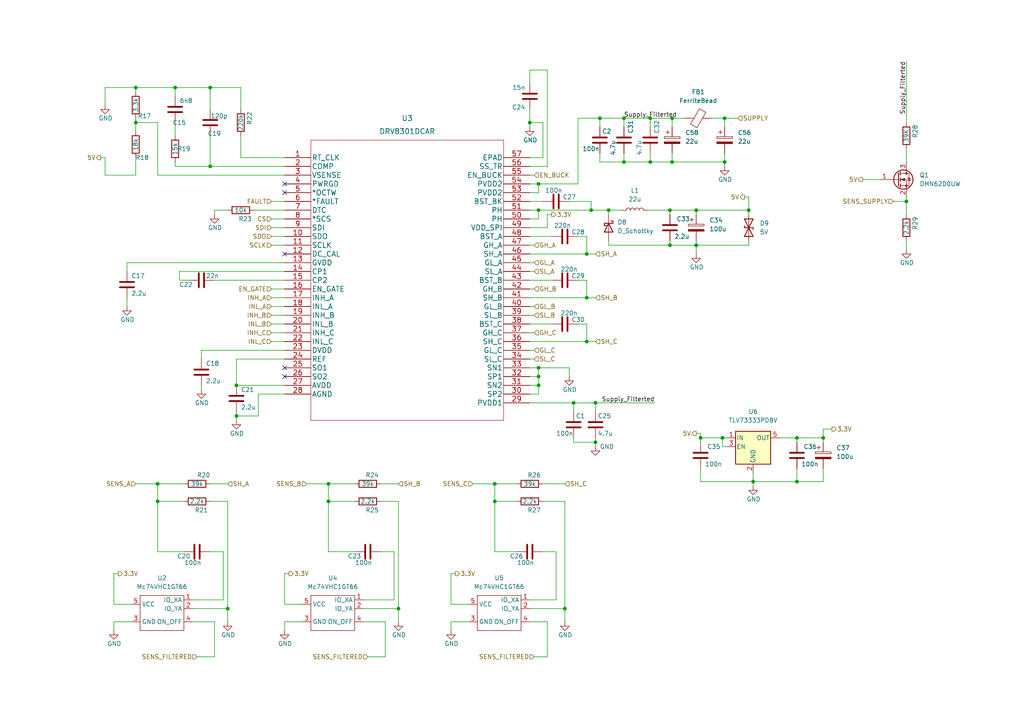
<source format=kicad_sch>
(kicad_sch (version 20231120) (generator "eeschema") (generator_version "8.0")
  (paper "A4")
  (lib_symbols
    (symbol "2023-03-11_13-45-03:DRV8301DCAR" (pin_names (offset 0.254))
      (property "Reference" "U" (at 35.56 10.16 0))
      (property "Value" "DRV8301DCAR" (at 35.56 7.62 0))
      (symbol "DRV8301DCAR_1_1"
        (pin input line (at 0 0 0) (length 7.62) (name "RT_CLK") (number "1"))
        (pin output line (at 0 -22.86 0) (length 7.62) (name "SDO") (number "10"))
        (pin input line (at 0 -25.4 0) (length 7.62) (name "SCLK") (number "11"))
        (pin input line (at 0 -27.94 0) (length 7.62) (name "DC_CAL") (number "12"))
        (pin power_in line (at 0 -30.48 0) (length 7.62) (name "GVDD") (number "13"))
        (pin power_in line (at 0 -33.02 0) (length 7.62) (name "CP1") (number "14"))
        (pin power_in line (at 0 -35.56 0) (length 7.62) (name "CP2") (number "15"))
        (pin input line (at 0 -38.1 0) (length 7.62) (name "EN_GATE") (number "16"))
        (pin input line (at 0 -40.64 0) (length 7.62) (name "INH_A") (number "17"))
        (pin input line (at 0 -43.18 0) (length 7.62) (name "INL_A") (number "18"))
        (pin input line (at 0 -45.72 0) (length 7.62) (name "INH_B") (number "19"))
        (pin output line (at 0 -2.54 0) (length 7.62) (name "COMP") (number "2"))
        (pin input line (at 0 -48.26 0) (length 7.62) (name "INL_B") (number "20"))
        (pin input line (at 0 -50.8 0) (length 7.62) (name "INH_C") (number "21"))
        (pin input line (at 0 -53.34 0) (length 7.62) (name "INL_C") (number "22"))
        (pin power_in line (at 0 -55.88 0) (length 7.62) (name "DVDD") (number "23"))
        (pin input line (at 0 -58.42 0) (length 7.62) (name "REF") (number "24"))
        (pin output line (at 0 -60.96 0) (length 7.62) (name "SO1") (number "25"))
        (pin output line (at 0 -63.5 0) (length 7.62) (name "SO2") (number "26"))
        (pin power_in line (at 0 -66.04 0) (length 7.62) (name "AVDD") (number "27"))
        (pin power_in line (at 0 -68.58 0) (length 7.62) (name "AGND") (number "28"))
        (pin power_in line (at 71.12 -71.12 180) (length 7.62) (name "PVDD1") (number "29"))
        (pin input line (at 0 -5.08 0) (length 7.62) (name "VSENSE") (number "3"))
        (pin input line (at 71.12 -68.58 180) (length 7.62) (name "SP2") (number "30"))
        (pin input line (at 71.12 -66.04 180) (length 7.62) (name "SN2") (number "31"))
        (pin input line (at 71.12 -63.5 180) (length 7.62) (name "SP1") (number "32"))
        (pin input line (at 71.12 -60.96 180) (length 7.62) (name "SN1") (number "33"))
        (pin input line (at 71.12 -58.42 180) (length 7.62) (name "SL_C") (number "34"))
        (pin output line (at 71.12 -55.88 180) (length 7.62) (name "GL_C") (number "35"))
        (pin input line (at 71.12 -53.34 180) (length 7.62) (name "SH_C") (number "36"))
        (pin output line (at 71.12 -50.8 180) (length 7.62) (name "GH_C") (number "37"))
        (pin power_in line (at 71.12 -48.26 180) (length 7.62) (name "BST_C") (number "38"))
        (pin input line (at 71.12 -45.72 180) (length 7.62) (name "SL_B") (number "39"))
        (pin input line (at 0 -7.62 0) (length 7.62) (name "PWRGD") (number "4"))
        (pin output line (at 71.12 -43.18 180) (length 7.62) (name "GL_B") (number "40"))
        (pin input line (at 71.12 -40.64 180) (length 7.62) (name "SH_B") (number "41"))
        (pin output line (at 71.12 -38.1 180) (length 7.62) (name "GH_B") (number "42"))
        (pin power_in line (at 71.12 -35.56 180) (length 7.62) (name "BST_B") (number "43"))
        (pin input line (at 71.12 -33.02 180) (length 7.62) (name "SL_A") (number "44"))
        (pin output line (at 71.12 -30.48 180) (length 7.62) (name "GL_A") (number "45"))
        (pin input line (at 71.12 -27.94 180) (length 7.62) (name "SH_A") (number "46"))
        (pin output line (at 71.12 -25.4 180) (length 7.62) (name "GH_A") (number "47"))
        (pin power_in line (at 71.12 -22.86 180) (length 7.62) (name "BST_A") (number "48"))
        (pin input line (at 71.12 -20.32 180) (length 7.62) (name "VDD_SPI") (number "49"))
        (pin output line (at 0 -10.16 0) (length 7.62) (name "*OCTW") (number "5"))
        (pin output line (at 71.12 -17.78 180) (length 7.62) (name "PH") (number "50"))
        (pin output line (at 71.12 -15.24 180) (length 7.62) (name "PH") (number "51"))
        (pin power_in line (at 71.12 -12.7 180) (length 7.62) (name "BST_BK") (number "52"))
        (pin power_in line (at 71.12 -10.16 180) (length 7.62) (name "PVDD2") (number "53"))
        (pin power_in line (at 71.12 -7.62 180) (length 7.62) (name "PVDD2") (number "54"))
        (pin input line (at 71.12 -5.08 180) (length 7.62) (name "EN_BUCK") (number "55"))
        (pin input line (at 71.12 -2.54 180) (length 7.62) (name "SS_TR") (number "56"))
        (pin unspecified line (at 71.12 0 180) (length 7.62) (name "EPAD") (number "57"))
        (pin output line (at 0 -12.7 0) (length 7.62) (name "*FAULT") (number "6"))
        (pin input line (at 0 -15.24 0) (length 7.62) (name "DTC") (number "7"))
        (pin input line (at 0 -17.78 0) (length 7.62) (name "*SCS") (number "8"))
        (pin input line (at 0 -20.32 0) (length 7.62) (name "SDI") (number "9"))
      )
    )
    (symbol "Device:C" (pin_numbers hide) (pin_names (offset 0.254))
      (property "Reference" "C" (at 0.635 2.54 0))
      (property "Value" "C" (at 0.635 -2.54 0))
      (symbol "C_1_1"
        (pin passive line (at 0 3.81 270) (length 2.794) (name "~") (number "1"))
        (pin passive line (at 0 -3.81 90) (length 2.794) (name "~") (number "2"))
      )
    )
    (symbol "Device:C_Polarized" (pin_numbers hide) (pin_names (offset 0.254))
      (property "Reference" "C" (at 0.635 2.54 0))
      (property "Value" "C_Polarized" (at 0.635 -2.54 0))
      (symbol "C_Polarized_1_1"
        (pin passive line (at 0 3.81 270) (length 2.794) (name "~") (number "1"))
        (pin passive line (at 0 -3.81 90) (length 2.794) (name "~") (number "2"))
      )
    )
    (symbol "Device:D_Schottky" (pin_numbers hide) (pin_names (offset 1.016) hide)
      (property "Reference" "D" (at 0 2.54 0))
      (property "Value" "D_Schottky" (at 0 -2.54 0))
      (symbol "D_Schottky_1_1"
        (pin passive line (at -3.81 0 0) (length 2.54) (name "K") (number "1"))
        (pin passive line (at 3.81 0 180) (length 2.54) (name "A") (number "2"))
      )
    )
    (symbol "Device:D_TVS" (pin_numbers hide) (pin_names (offset 1.016) hide)
      (property "Reference" "D" (at 0 2.54 0))
      (property "Value" "D_TVS" (at 0 -2.54 0))
      (symbol "D_TVS_1_1"
        (pin passive line (at -3.81 0 0) (length 2.54) (name "A1") (number "1"))
        (pin passive line (at 3.81 0 180) (length 2.54) (name "A2") (number "2"))
      )
    )
    (symbol "Device:FerriteBead" (pin_numbers hide) (pin_names (offset 0))
      (property "Reference" "FB" (at -3.81 0.635 90))
      (property "Value" "FerriteBead" (at 3.81 0 90))
      (symbol "FerriteBead_1_1"
        (pin passive line (at 0 3.81 270) (length 2.54) (name "~") (number "1"))
        (pin passive line (at 0 -3.81 90) (length 2.54) (name "~") (number "2"))
      )
    )
    (symbol "Device:L" (pin_numbers hide) (pin_names (offset 1.016) hide)
      (property "Reference" "L" (at -1.27 0 90))
      (property "Value" "L" (at 1.905 0 90))
      (symbol "L_1_1"
        (pin passive line (at 0 3.81 270) (length 1.27) (name "1") (number "1"))
        (pin passive line (at 0 -3.81 90) (length 1.27) (name "2") (number "2"))
      )
    )
    (symbol "Device:Q_NMOS_GSD" (pin_names (offset 0) hide)
      (property "Reference" "Q" (at 5.08 1.27 0))
      (property "Value" "Q_NMOS_GSD" (at 5.08 -1.27 0))
      (symbol "Q_NMOS_GSD_1_1"
        (pin input line (at -5.08 0 0) (length 2.54) (name "G") (number "1"))
        (pin passive line (at 2.54 -5.08 90) (length 2.54) (name "S") (number "2"))
        (pin passive line (at 2.54 5.08 270) (length 2.54) (name "D") (number "3"))
      )
    )
    (symbol "Device:R" (pin_numbers hide) (pin_names (offset 0))
      (property "Reference" "R" (at 2.032 0 90))
      (property "Value" "R" (at 0 0 90))
      (symbol "R_1_1"
        (pin passive line (at 0 3.81 270) (length 1.27) (name "~") (number "1"))
        (pin passive line (at 0 -3.81 90) (length 1.27) (name "~") (number "2"))
      )
    )
    (symbol "Regulator_Linear:TLV73333PDBV" (pin_names (offset 0.254))
      (property "Reference" "U" (at -3.81 5.715 0))
      (property "Value" "TLV73333PDBV" (at 0 5.715 0))
      (symbol "TLV73333PDBV_1_1"
        (pin power_in line (at -7.62 2.54 0) (length 2.54) (name "IN") (number "1"))
        (pin power_in line (at 0 -7.62 90) (length 2.54) (name "GND") (number "2"))
        (pin input line (at -7.62 0 0) (length 2.54) (name "EN") (number "3"))
        (pin no_connect line (at 5.08 0 180) (length 2.54) hide (name "NC") (number "4"))
        (pin power_out line (at 7.62 2.54 180) (length 2.54) (name "OUT") (number "5"))
      )
    )
    (symbol "TUWR_IC:Mc74VHC1GT66"
      (property "Reference" "U" (at 1.27 8.89 0))
      (property "Value" "Mc74VHC1GT66" (at 1.27 8.89 0))
      (symbol "Mc74VHC1GT66_1_1"
        (pin input line (at 8.89 3.81 180) (length 2.54) (name "IO_XA") (number "1"))
        (pin input line (at 8.89 1.27 180) (length 2.54) (name "IO_YA") (number "2"))
        (pin input line (at -8.89 -2.54 0) (length 2.54) (name "GND") (number "3"))
        (pin input line (at 8.89 -2.54 180) (length 2.54) (name "ON_OFF") (number "4"))
        (pin input line (at -8.89 2.54 0) (length 2.54) (name "VCC") (number "5"))
      )
    )
    (symbol "power:GND" (power) (pin_names (offset 0))
      (property "Value" "GND" (at 0 -3.81 0))
      (symbol "GND_1_1"
        (pin power_in line (at 0 0 270) (length 0) hide (name "GND") (number "1"))
      )
    )
  )
  (junction (at 143.51 145.415))
  (junction (at 171.45 60.96))
  (junction (at 262.89 58.42))
  (junction (at 209.55 127))
  (junction (at 194.31 60.96))
  (junction (at 194.31 71.12))
  (junction (at 194.945 34.29))
  (junction (at 218.44 139.7))
  (junction (at 173.99 34.29))
  (junction (at 176.53 60.96))
  (junction (at 39.37 35.56))
  (junction (at 201.93 60.96))
  (junction (at 188.595 34.29))
  (junction (at 156.21 53.34))
  (junction (at 60.96 48.26))
  (junction (at 170.18 73.66))
  (junction (at 156.21 109.22))
  (junction (at 115.57 176.53))
  (junction (at 180.975 34.29))
  (junction (at 66.04 176.53))
  (junction (at 238.76 127))
  (junction (at 45.72 140.335))
  (junction (at 166.37 116.84))
  (junction (at 201.93 71.12))
  (junction (at 156.21 111.76))
  (junction (at 194.945 46.99))
  (junction (at 231.14 139.7))
  (junction (at 231.14 127))
  (junction (at 39.37 25.4))
  (junction (at 68.58 111.76))
  (junction (at 210.185 46.99))
  (junction (at 95.25 140.335))
  (junction (at 203.2 127))
  (junction (at 170.18 86.36))
  (junction (at 153.67 35.56))
  (junction (at 68.58 120.65))
  (junction (at 50.8 25.4))
  (junction (at 60.96 25.4))
  (junction (at 188.595 46.99))
  (junction (at 95.25 145.415))
  (junction (at 172.72 128.27))
  (junction (at 210.185 34.29))
  (junction (at 217.17 60.96))
  (junction (at 180.975 46.99))
  (junction (at 45.72 145.415))
  (junction (at 156.21 60.96))
  (junction (at 143.51 140.335))
  (junction (at 172.72 116.84))
  (junction (at 156.21 106.68))
  (junction (at 163.83 176.53))
  (junction (at 170.18 99.06))
  (no_connect (at 82.55 55.88))
  (no_connect (at 82.55 109.22))
  (no_connect (at 82.55 106.68))
  (no_connect (at 82.55 53.34))
  (no_connect (at 82.55 73.66))
  (wire (pts (xy 166.37 128.27) (xy 172.72 128.27)))
  (wire (pts (xy 156.21 109.22) (xy 156.21 106.68)))
  (wire (pts (xy 231.14 135.89) (xy 231.14 139.7)))
  (wire (pts (xy 82.55 182.88) (xy 82.55 180.34)))
  (wire (pts (xy 262.89 57.15) (xy 262.89 58.42)))
  (wire (pts (xy 170.18 73.66) (xy 153.67 73.66)))
  (wire (pts (xy 262.89 43.18) (xy 262.89 46.99)))
  (wire (pts (xy 194.945 44.45) (xy 194.945 46.99)))
  (wire (pts (xy 111.76 180.34) (xy 111.76 190.5)))
  (wire (pts (xy 74.93 114.3) (xy 74.93 120.65)))
  (wire (pts (xy 45.72 145.415) (xy 45.72 140.335)))
  (wire (pts (xy 157.48 45.72) (xy 157.48 35.56)))
  (wire (pts (xy 39.37 34.29) (xy 39.37 35.56)))
  (wire (pts (xy 153.67 176.53) (xy 163.83 176.53)))
  (wire (pts (xy 160.02 62.23) (xy 158.75 62.23)))
  (wire (pts (xy 166.37 116.84) (xy 172.72 116.84)))
  (wire (pts (xy 39.37 50.8) (xy 39.37 45.72)))
  (wire (pts (xy 73.66 60.96) (xy 82.55 60.96)))
  (wire (pts (xy 210.185 44.45) (xy 210.185 46.99)))
  (wire (pts (xy 153.67 71.12) (xy 154.94 71.12)))
  (wire (pts (xy 156.21 60.96) (xy 171.45 60.96)))
  (wire (pts (xy 166.37 116.84) (xy 166.37 119.38)))
  (wire (pts (xy 78.74 99.06) (xy 82.55 99.06)))
  (wire (pts (xy 203.2 125.73) (xy 203.2 127)))
  (wire (pts (xy 39.37 35.56) (xy 39.37 38.1)))
  (wire (pts (xy 78.74 96.52) (xy 82.55 96.52)))
  (wire (pts (xy 171.45 58.42) (xy 165.1 58.42)))
  (wire (pts (xy 250.19 52.07) (xy 255.27 52.07)))
  (wire (pts (xy 217.17 57.15) (xy 217.17 60.96)))
  (wire (pts (xy 180.975 34.29) (xy 188.595 34.29)))
  (wire (pts (xy 170.18 86.36) (xy 153.67 86.36)))
  (wire (pts (xy 165.1 106.68) (xy 156.21 106.68)))
  (wire (pts (xy 33.02 166.37) (xy 34.29 166.37)))
  (wire (pts (xy 36.83 76.2) (xy 82.55 76.2)))
  (wire (pts (xy 95.25 160.02) (xy 102.87 160.02)))
  (wire (pts (xy 114.3 173.99) (xy 114.3 160.02)))
  (wire (pts (xy 62.23 62.23) (xy 62.23 60.96)))
  (wire (pts (xy 194.31 69.85) (xy 194.31 71.12)))
  (wire (pts (xy 78.74 58.42) (xy 82.55 58.42)))
  (wire (pts (xy 78.74 88.9) (xy 82.55 88.9)))
  (wire (pts (xy 153.67 93.98) (xy 160.02 93.98)))
  (wire (pts (xy 173.99 46.99) (xy 180.975 46.99)))
  (wire (pts (xy 153.67 109.22) (xy 156.21 109.22)))
  (wire (pts (xy 88.9 140.335) (xy 95.25 140.335)))
  (wire (pts (xy 218.44 137.16) (xy 218.44 139.7)))
  (wire (pts (xy 30.48 25.4) (xy 39.37 25.4)))
  (wire (pts (xy 137.16 140.335) (xy 143.51 140.335)))
  (wire (pts (xy 110.49 140.335) (xy 115.57 140.335)))
  (wire (pts (xy 95.25 140.335) (xy 102.87 140.335)))
  (wire (pts (xy 55.88 173.99) (xy 64.77 173.99)))
  (wire (pts (xy 218.44 140.97) (xy 218.44 139.7)))
  (wire (pts (xy 156.21 53.34) (xy 156.21 55.88)))
  (wire (pts (xy 167.64 34.29) (xy 173.99 34.29)))
  (wire (pts (xy 50.8 27.94) (xy 50.8 25.4)))
  (wire (pts (xy 143.51 145.415) (xy 149.86 145.415)))
  (wire (pts (xy 238.76 127) (xy 231.14 127)))
  (wire (pts (xy 66.04 176.53) (xy 66.04 180.34)))
  (wire (pts (xy 188.595 46.99) (xy 188.595 44.45)))
  (wire (pts (xy 82.55 180.34) (xy 87.63 180.34)))
  (wire (pts (xy 50.8 48.26) (xy 60.96 48.26)))
  (wire (pts (xy 50.8 25.4) (xy 39.37 25.4)))
  (wire (pts (xy 143.51 160.02) (xy 149.86 160.02)))
  (wire (pts (xy 153.67 35.56) (xy 153.67 36.83)))
  (wire (pts (xy 158.75 180.34) (xy 158.75 190.5)))
  (wire (pts (xy 143.51 145.415) (xy 143.51 160.02)))
  (wire (pts (xy 238.76 124.46) (xy 241.3 124.46)))
  (wire (pts (xy 238.76 139.7) (xy 238.76 135.89)))
  (wire (pts (xy 62.23 180.34) (xy 62.23 190.5)))
  (wire (pts (xy 218.44 139.7) (xy 231.14 139.7)))
  (wire (pts (xy 210.185 46.99) (xy 194.945 46.99)))
  (wire (pts (xy 157.48 160.02) (xy 161.29 160.02)))
  (wire (pts (xy 158.75 20.32) (xy 158.75 48.26)))
  (wire (pts (xy 78.74 66.04) (xy 82.55 66.04)))
  (wire (pts (xy 201.93 71.12) (xy 194.31 71.12)))
  (wire (pts (xy 171.45 60.96) (xy 171.45 58.42)))
  (wire (pts (xy 226.06 127) (xy 231.14 127)))
  (wire (pts (xy 130.81 180.34) (xy 135.89 180.34)))
  (wire (pts (xy 110.49 145.415) (xy 115.57 145.415)))
  (wire (pts (xy 215.9 57.15) (xy 217.17 57.15)))
  (wire (pts (xy 39.37 35.56) (xy 45.72 35.56)))
  (wire (pts (xy 36.83 76.2) (xy 36.83 78.74)))
  (wire (pts (xy 68.58 120.65) (xy 68.58 121.92)))
  (wire (pts (xy 130.81 175.26) (xy 130.81 166.37)))
  (wire (pts (xy 82.55 101.6) (xy 58.42 101.6)))
  (wire (pts (xy 52.07 78.74) (xy 52.07 81.28)))
  (wire (pts (xy 60.96 31.75) (xy 60.96 25.4)))
  (wire (pts (xy 170.18 93.98) (xy 170.18 99.06)))
  (wire (pts (xy 153.67 91.44) (xy 154.94 91.44)))
  (wire (pts (xy 115.57 176.53) (xy 115.57 180.34)))
  (wire (pts (xy 82.55 104.14) (xy 68.58 104.14)))
  (wire (pts (xy 78.74 91.44) (xy 82.55 91.44)))
  (wire (pts (xy 69.85 31.75) (xy 69.85 25.4)))
  (wire (pts (xy 153.67 68.58) (xy 160.02 68.58)))
  (wire (pts (xy 45.72 140.335) (xy 53.34 140.335)))
  (wire (pts (xy 156.21 114.3) (xy 156.21 111.76)))
  (wire (pts (xy 153.67 31.75) (xy 153.67 35.56)))
  (wire (pts (xy 194.945 34.29) (xy 198.755 34.29)))
  (wire (pts (xy 238.76 128.27) (xy 238.76 127)))
  (wire (pts (xy 110.49 160.02) (xy 114.3 160.02)))
  (wire (pts (xy 163.83 145.415) (xy 163.83 176.53)))
  (wire (pts (xy 210.185 34.29) (xy 210.185 36.83)))
  (wire (pts (xy 176.53 60.96) (xy 171.45 60.96)))
  (wire (pts (xy 201.93 69.85) (xy 201.93 71.12)))
  (wire (pts (xy 157.48 140.335) (xy 163.83 140.335)))
  (wire (pts (xy 180.975 44.45) (xy 180.975 46.99)))
  (wire (pts (xy 68.58 119.38) (xy 68.58 120.65)))
  (wire (pts (xy 188.595 34.29) (xy 194.945 34.29)))
  (wire (pts (xy 62.23 81.28) (xy 82.55 81.28)))
  (wire (pts (xy 58.42 111.76) (xy 58.42 113.03)))
  (wire (pts (xy 217.17 60.96) (xy 217.17 62.23)))
  (wire (pts (xy 38.1 175.26) (xy 33.02 175.26)))
  (wire (pts (xy 153.67 58.42) (xy 157.48 58.42)))
  (wire (pts (xy 66.04 145.415) (xy 66.04 176.53)))
  (wire (pts (xy 180.975 34.29) (xy 180.975 36.83)))
  (wire (pts (xy 82.55 45.72) (xy 69.85 45.72)))
  (wire (pts (xy 203.2 135.89) (xy 203.2 139.7)))
  (wire (pts (xy 209.55 129.54) (xy 209.55 127)))
  (wire (pts (xy 170.18 99.06) (xy 172.72 99.06)))
  (wire (pts (xy 156.21 106.68) (xy 153.67 106.68)))
  (wire (pts (xy 173.99 44.45) (xy 173.99 46.99)))
  (wire (pts (xy 262.89 17.78) (xy 262.89 35.56)))
  (wire (pts (xy 206.375 34.29) (xy 210.185 34.29)))
  (wire (pts (xy 78.74 83.82) (xy 82.55 83.82)))
  (wire (pts (xy 210.185 34.29) (xy 213.995 34.29)))
  (wire (pts (xy 262.89 58.42) (xy 262.89 62.23)))
  (wire (pts (xy 187.96 60.96) (xy 194.31 60.96)))
  (wire (pts (xy 60.96 48.26) (xy 82.55 48.26)))
  (wire (pts (xy 153.67 180.34) (xy 158.75 180.34)))
  (wire (pts (xy 33.02 182.88) (xy 33.02 180.34)))
  (wire (pts (xy 39.37 140.335) (xy 45.72 140.335)))
  (wire (pts (xy 69.85 25.4) (xy 60.96 25.4)))
  (wire (pts (xy 153.67 48.26) (xy 158.75 48.26)))
  (wire (pts (xy 153.67 114.3) (xy 156.21 114.3)))
  (wire (pts (xy 130.81 166.37) (xy 132.08 166.37)))
  (wire (pts (xy 203.2 127) (xy 209.55 127)))
  (wire (pts (xy 55.88 180.34) (xy 62.23 180.34)))
  (wire (pts (xy 105.41 180.34) (xy 111.76 180.34)))
  (wire (pts (xy 170.18 81.28) (xy 170.18 86.36)))
  (wire (pts (xy 57.15 190.5) (xy 62.23 190.5)))
  (wire (pts (xy 36.83 86.36) (xy 36.83 88.9)))
  (wire (pts (xy 203.2 127) (xy 203.2 128.27)))
  (wire (pts (xy 172.72 116.84) (xy 189.865 116.84)))
  (wire (pts (xy 60.96 140.335) (xy 66.04 140.335)))
  (wire (pts (xy 30.48 30.48) (xy 30.48 25.4)))
  (wire (pts (xy 78.74 68.58) (xy 82.55 68.58)))
  (wire (pts (xy 201.93 62.23) (xy 201.93 60.96)))
  (wire (pts (xy 167.64 93.98) (xy 170.18 93.98)))
  (wire (pts (xy 172.72 116.84) (xy 172.72 119.38)))
  (wire (pts (xy 172.72 129.54) (xy 172.72 128.27)))
  (wire (pts (xy 45.72 145.415) (xy 53.34 145.415)))
  (wire (pts (xy 45.72 145.415) (xy 45.72 160.02)))
  (wire (pts (xy 157.48 145.415) (xy 163.83 145.415)))
  (wire (pts (xy 176.53 62.23) (xy 176.53 60.96)))
  (wire (pts (xy 60.96 145.415) (xy 66.04 145.415)))
  (wire (pts (xy 45.72 35.56) (xy 45.72 50.8)))
  (wire (pts (xy 180.975 46.99) (xy 188.595 46.99)))
  (wire (pts (xy 156.21 60.96) (xy 153.67 60.96)))
  (wire (pts (xy 82.55 166.37) (xy 83.82 166.37)))
  (wire (pts (xy 39.37 25.4) (xy 39.37 26.67)))
  (wire (pts (xy 153.67 63.5) (xy 156.21 63.5)))
  (wire (pts (xy 153.67 78.74) (xy 154.94 78.74)))
  (wire (pts (xy 217.17 71.12) (xy 201.93 71.12)))
  (wire (pts (xy 30.48 50.8) (xy 39.37 50.8)))
  (wire (pts (xy 194.945 46.99) (xy 188.595 46.99)))
  (wire (pts (xy 156.21 111.76) (xy 156.21 109.22)))
  (wire (pts (xy 167.64 81.28) (xy 170.18 81.28)))
  (wire (pts (xy 78.74 63.5) (xy 82.55 63.5)))
  (wire (pts (xy 74.93 120.65) (xy 68.58 120.65)))
  (wire (pts (xy 161.29 173.99) (xy 161.29 160.02)))
  (wire (pts (xy 166.37 127) (xy 166.37 128.27)))
  (wire (pts (xy 60.96 160.02) (xy 64.77 160.02)))
  (wire (pts (xy 95.25 145.415) (xy 102.87 145.415)))
  (wire (pts (xy 130.81 182.88) (xy 130.81 180.34)))
  (wire (pts (xy 170.18 86.36) (xy 172.72 86.36)))
  (wire (pts (xy 231.14 127) (xy 231.14 128.27)))
  (wire (pts (xy 231.14 139.7) (xy 238.76 139.7)))
  (wire (pts (xy 170.18 68.58) (xy 170.18 73.66)))
  (wire (pts (xy 45.72 160.02) (xy 53.34 160.02)))
  (wire (pts (xy 156.21 63.5) (xy 156.21 60.96)))
  (wire (pts (xy 62.23 60.96) (xy 66.04 60.96)))
  (wire (pts (xy 60.96 25.4) (xy 50.8 25.4)))
  (wire (pts (xy 153.67 20.32) (xy 153.67 24.13)))
  (wire (pts (xy 50.8 35.56) (xy 50.8 39.37)))
  (wire (pts (xy 153.67 116.84) (xy 166.37 116.84)))
  (wire (pts (xy 163.83 176.53) (xy 163.83 180.34)))
  (wire (pts (xy 217.17 69.85) (xy 217.17 71.12)))
  (wire (pts (xy 172.72 128.27) (xy 172.72 127)))
  (wire (pts (xy 238.76 124.46) (xy 238.76 127)))
  (wire (pts (xy 194.31 71.12) (xy 176.53 71.12)))
  (wire (pts (xy 29.21 45.72) (xy 30.48 45.72)))
  (wire (pts (xy 176.53 71.12) (xy 176.53 69.85)))
  (wire (pts (xy 201.93 73.66) (xy 201.93 71.12)))
  (wire (pts (xy 153.67 76.2) (xy 154.94 76.2)))
  (wire (pts (xy 143.51 140.335) (xy 149.86 140.335)))
  (wire (pts (xy 68.58 111.76) (xy 82.55 111.76)))
  (wire (pts (xy 209.55 129.54) (xy 210.82 129.54)))
  (wire (pts (xy 170.18 73.66) (xy 172.72 73.66)))
  (wire (pts (xy 78.74 93.98) (xy 82.55 93.98)))
  (wire (pts (xy 201.93 125.73) (xy 203.2 125.73)))
  (wire (pts (xy 95.25 145.415) (xy 95.25 160.02)))
  (wire (pts (xy 259.08 58.42) (xy 262.89 58.42)))
  (wire (pts (xy 153.67 53.34) (xy 156.21 53.34)))
  (wire (pts (xy 173.99 34.29) (xy 173.99 36.83)))
  (wire (pts (xy 210.185 46.99) (xy 210.185 48.26)))
  (wire (pts (xy 201.93 60.96) (xy 194.31 60.96)))
  (wire (pts (xy 165.1 109.22) (xy 165.1 106.68)))
  (wire (pts (xy 52.07 78.74) (xy 82.55 78.74)))
  (wire (pts (xy 209.55 127) (xy 210.82 127)))
  (wire (pts (xy 60.96 39.37) (xy 60.96 48.26)))
  (wire (pts (xy 173.99 34.29) (xy 180.975 34.29)))
  (wire (pts (xy 82.55 175.26) (xy 82.55 166.37)))
  (wire (pts (xy 203.2 139.7) (xy 218.44 139.7)))
  (wire (pts (xy 52.07 81.28) (xy 54.61 81.28)))
  (wire (pts (xy 78.74 71.12) (xy 82.55 71.12)))
  (wire (pts (xy 154.94 190.5) (xy 158.75 190.5)))
  (wire (pts (xy 50.8 46.99) (xy 50.8 48.26)))
  (wire (pts (xy 45.72 50.8) (xy 82.55 50.8)))
  (wire (pts (xy 158.75 62.23) (xy 158.75 66.04)))
  (wire (pts (xy 58.42 101.6) (xy 58.42 104.14)))
  (wire (pts (xy 115.57 145.415) (xy 115.57 176.53)))
  (wire (pts (xy 33.02 180.34) (xy 38.1 180.34)))
  (wire (pts (xy 55.88 176.53) (xy 66.04 176.53)))
  (wire (pts (xy 262.89 72.39) (xy 262.89 69.85)))
  (wire (pts (xy 82.55 114.3) (xy 74.93 114.3)))
  (wire (pts (xy 194.31 60.96) (xy 194.31 62.23)))
  (wire (pts (xy 194.945 36.83) (xy 194.945 34.29)))
  (wire (pts (xy 105.41 173.99) (xy 114.3 173.99)))
  (wire (pts (xy 153.67 50.8) (xy 154.94 50.8)))
  (wire (pts (xy 176.53 60.96) (xy 180.34 60.96)))
  (wire (pts (xy 30.48 45.72) (xy 30.48 50.8)))
  (wire (pts (xy 157.48 35.56) (xy 153.67 35.56)))
  (wire (pts (xy 156.21 53.34) (xy 167.64 53.34)))
  (wire (pts (xy 167.64 68.58) (xy 170.18 68.58)))
  (wire (pts (xy 153.67 45.72) (xy 157.48 45.72)))
  (wire (pts (xy 135.89 175.26) (xy 130.81 175.26)))
  (wire (pts (xy 87.63 175.26) (xy 82.55 175.26)))
  (wire (pts (xy 78.74 86.36) (xy 82.55 86.36)))
  (wire (pts (xy 158.75 66.04) (xy 153.67 66.04)))
  (wire (pts (xy 105.41 176.53) (xy 115.57 176.53)))
  (wire (pts (xy 153.67 101.6) (xy 154.94 101.6)))
  (wire (pts (xy 153.67 173.99) (xy 161.29 173.99)))
  (wire (pts (xy 156.21 55.88) (xy 153.67 55.88)))
  (wire (pts (xy 153.67 96.52) (xy 154.94 96.52)))
  (wire (pts (xy 143.51 140.335) (xy 143.51 145.415)))
  (wire (pts (xy 188.595 34.29) (xy 188.595 36.83)))
  (wire (pts (xy 158.75 20.32) (xy 153.67 20.32)))
  (wire (pts (xy 153.67 104.14) (xy 154.94 104.14)))
  (wire (pts (xy 170.18 99.06) (xy 153.67 99.06)))
  (wire (pts (xy 153.67 111.76) (xy 156.21 111.76)))
  (wire (pts (xy 95.25 145.415) (xy 95.25 140.335)))
  (wire (pts (xy 153.67 88.9) (xy 154.94 88.9)))
  (wire (pts (xy 33.02 175.26) (xy 33.02 166.37)))
  (wire (pts (xy 201.93 60.96) (xy 217.17 60.96)))
  (wire (pts (xy 153.67 83.82) (xy 154.94 83.82)))
  (wire (pts (xy 68.58 104.14) (xy 68.58 111.76)))
  (wire (pts (xy 167.64 34.29) (xy 167.64 53.34)))
  (wire (pts (xy 69.85 45.72) (xy 69.85 39.37)))
  (wire (pts (xy 64.77 173.99) (xy 64.77 160.02)))
  (wire (pts (xy 153.67 81.28) (xy 160.02 81.28)))
  (wire (pts (xy 106.68 190.5) (xy 111.76 190.5)))
  (label "Supply_Filterted" (at 189.865 116.84 180))
  (label "Supply_Filterted" (at 262.89 17.78 270))
  (label "Supply_Filterted" (at 180.975 34.29 0))
  (hierarchical_label "GL_A" (shape input) (at 154.94 76.2 0))
  (hierarchical_label "INH_A" (shape input) (at 78.74 86.36 180))
  (hierarchical_label "GL_C" (shape input) (at 154.94 101.6 0))
  (hierarchical_label "SDI" (shape input) (at 78.74 66.04 180))
  (hierarchical_label "5V" (shape output) (at 215.9 57.15 180))
  (hierarchical_label "INH_B" (shape input) (at 78.74 91.44 180))
  (hierarchical_label "5V" (shape output) (at 201.93 125.73 180))
  (hierarchical_label "SENS_FILTERED" (shape input) (at 154.94 190.5 180))
  (hierarchical_label "SH_C" (shape input) (at 163.83 140.335 0))
  (hierarchical_label "SENS_SUPPLY" (shape input) (at 259.08 58.42 180))
  (hierarchical_label "FAULT" (shape input) (at 78.74 58.42 180))
  (hierarchical_label "SUPPLY" (shape input) (at 213.995 34.29 0))
  (hierarchical_label "SH_A" (shape input) (at 172.72 73.66 0))
  (hierarchical_label "SL_B" (shape input) (at 154.94 91.44 0))
  (hierarchical_label "EN_GATE" (shape input) (at 78.74 83.82 180))
  (hierarchical_label "SH_A" (shape input) (at 66.04 140.335 0))
  (hierarchical_label "INL_B" (shape input) (at 78.74 93.98 180))
  (hierarchical_label "GL_B" (shape input) (at 154.94 88.9 0))
  (hierarchical_label "3.3V" (shape output) (at 83.82 166.37 0))
  (hierarchical_label "INL_C" (shape input) (at 78.74 99.06 180))
  (hierarchical_label "SENS_A" (shape input) (at 39.37 140.335 180))
  (hierarchical_label "SH_B" (shape input) (at 172.72 86.36 0))
  (hierarchical_label "SH_B" (shape input) (at 115.57 140.335 0))
  (hierarchical_label "INL_A" (shape input) (at 78.74 88.9 180))
  (hierarchical_label "3.3V" (shape output) (at 241.3 124.46 0))
  (hierarchical_label "3.3V" (shape output) (at 34.29 166.37 0))
  (hierarchical_label "INH_C" (shape input) (at 78.74 96.52 180))
  (hierarchical_label "EN_BUCK" (shape input) (at 154.94 50.8 0))
  (hierarchical_label "SENS_B" (shape input) (at 88.9 140.335 180))
  (hierarchical_label "SL_C" (shape input) (at 154.94 104.14 0))
  (hierarchical_label "3.3V" (shape output) (at 160.02 62.23 0))
  (hierarchical_label "GH_A" (shape input) (at 154.94 71.12 0))
  (hierarchical_label "5V" (shape output) (at 250.19 52.07 180))
  (hierarchical_label "SH_C" (shape input) (at 172.72 99.06 0))
  (hierarchical_label "SENS_FILTERED" (shape input) (at 106.68 190.5 180))
  (hierarchical_label "5V" (shape output) (at 29.21 45.72 180))
  (hierarchical_label "GH_B" (shape input) (at 154.94 83.82 0))
  (hierarchical_label "GH_C" (shape input) (at 154.94 96.52 0))
  (hierarchical_label "3.3V" (shape output) (at 132.08 166.37 0))
  (hierarchical_label "SENS_C" (shape input) (at 137.16 140.335 180))
  (hierarchical_label "SCLK" (shape input) (at 78.74 71.12 180))
  (hierarchical_label "SDO" (shape input) (at 78.74 68.58 180))
  (hierarchical_label "CS" (shape input) (at 78.74 63.5 180))
  (hierarchical_label "SL_A" (shape input) (at 154.94 78.74 0))
  (hierarchical_label "SENS_FILTERED" (shape input) (at 57.15 190.5 180))
  (symbol (lib_id "Device:C") (at 106.68 160.02 90) (unit 1)
    (property "Reference" "C23" (at 104.775 161.29 90) (effects (justify left)))
    (property "Value" "100n" (at 107.95 163.195 90) (effects (justify left)))
    (property "Footprint" "Capacitor_SMD:C_0603_1608Metric" (effects (hide yes)))
    (property "Voltage" "100V" (effects (hide yes)))
    (instances (project "vesc6" (path "" (reference "C23") (unit 1)) (path "" (reference "C99") (unit 1))))
  )
  (symbol (lib_id "Device:R") (at 262.89 66.04 0) (unit 1)
    (property "Reference" "R29" (at 265.43 64.77 90))
    (property "Value" "2.2k" (at 262.89 66.04 90))
    (property "Footprint" "Resistor_SMD:R_0603_1608Metric" (effects (hide yes)))
    (instances (project "vesc6" (path "" (reference "R29") (unit 1)) (path "" (reference "R73") (unit 1))))
  )
  (symbol (lib_id "Device:C_Polarized") (at 194.945 40.64 0) (unit 1)
    (property "Reference" "C58" (at 198.755 38.481 0) (effects (justify left)))
    (property "Value" "22u" (at 198.755 41.021 0) (effects (justify left)))
    (property "Footprint" "Capacitor_SMD:CP_Elec_8x6.2" (effects (hide yes)))
    (property "Datasheet" "https://datasheet.lcsc.com/lcsc/2304140030_Nichicon-UCD1J220MCL6GS_C445454.pdf" (effects (hide yes)))
    (property "LCSC-PN" "C445454" (effects (hide yes)))
    (property "Voltage" "63V" (effects (hide yes)))
    (instances (project "vesc6" (path "" (reference "C58") (unit 1)) (path "" (reference "C112") (unit 1))))
  )
  (symbol (lib_id "Device:C") (at 188.595 40.64 0) (unit 1)
    (property "Reference" "C32" (at 190.5 38.735 90) (effects (justify left)))
    (property "Value" "4.7u" (at 185.42 45.085 90) (effects (justify left)))
    (property "Footprint" "Capacitor_SMD:C_1206_3216Metric" (effects (hide yes)))
    (property "Voltage" "100V" (effects (hide yes)))
    (instances (project "vesc6" (path "" (reference "C32") (unit 1)) (path "" (reference "C110") (unit 1))))
  )
  (symbol (lib_id "power:GND") (at 165.1 109.22 0) (unit 1)
    (property "Reference" "#PWR035" (effects (hide yes)))
    (property "Value" "GND" (at 163.195 113.03 0) (effects (justify left)))
    (instances (project "vesc6" (path "" (reference "#PWR035") (unit 1)) (path "" (reference "#PWR090") (unit 1))))
  )
  (symbol (lib_id "Device:C") (at 153.67 160.02 90) (unit 1)
    (property "Reference" "C26" (at 151.765 161.29 90) (effects (justify left)))
    (property "Value" "100n" (at 154.94 163.195 90) (effects (justify left)))
    (property "Footprint" "Capacitor_SMD:C_0603_1608Metric" (effects (hide yes)))
    (property "Voltage" "100V" (effects (hide yes)))
    (instances (project "vesc6" (path "" (reference "C26") (unit 1)) (path "" (reference "C101") (unit 1))))
  )
  (symbol (lib_id "power:GND") (at 33.02 182.88 0) (unit 1)
    (property "Reference" "#PWR024" (effects (hide yes)))
    (property "Value" "GND" (at 31.115 186.69 0) (effects (justify left)))
    (instances (project "vesc6" (path "" (reference "#PWR024") (unit 1)) (path "" (reference "#PWR079") (unit 1))))
  )
  (symbol (lib_id "power:GND") (at 68.58 121.92 0) (unit 1)
    (property "Reference" "#PWR028" (effects (hide yes)))
    (property "Value" "GND" (at 66.675 125.73 0) (effects (justify left)))
    (instances (project "vesc6" (path "" (reference "#PWR028") (unit 1)) (path "" (reference "#PWR084") (unit 1))))
  )
  (symbol (lib_id "power:GND") (at 66.04 180.34 0) (unit 1)
    (property "Reference" "#PWR029" (effects (hide yes)))
    (property "Value" "GND" (at 64.135 184.15 0) (effects (justify left)))
    (instances (project "vesc6" (path "" (reference "#PWR029") (unit 1)) (path "" (reference "#PWR083") (unit 1))))
  )
  (symbol (lib_id "power:GND") (at 172.72 129.54 0) (unit 1)
    (property "Reference" "#PWR034" (effects (hide yes)))
    (property "Value" "GND" (at 173.99 129.54 0) (effects (justify left)))
    (instances (project "vesc6" (path "" (reference "#PWR034") (unit 1)) (path "" (reference "#PWR091") (unit 1))))
  )
  (symbol (lib_id "Device:D_Schottky") (at 176.53 66.04 270) (unit 1)
    (property "Reference" "D8" (at 179.07 64.4524 90) (effects (justify left)))
    (property "Value" "D_Schottky" (at 179.07 66.9924 90) (effects (justify left)))
    (property "Footprint" "Diode_SMD:D_SOD-128" (effects (hide yes)))
    (property "Datasheet" "https://datasheet.lcsc.com/lcsc/2004031108_Nexperia-PMEG10030ELP_C503376.pdf" (effects (hide yes)))
    (property "LCSC-PN" "C503376" (effects (hide yes)))
    (instances (project "vesc6" (path "" (reference "D8") (unit 1)) (path "" (reference "D4") (unit 1))))
  )
  (symbol (lib_id "Device:L") (at 184.15 60.96 90) (unit 1)
    (property "Reference" "L1" (at 184.15 55.245 90))
    (property "Value" "22u" (at 184.15 57.785 90))
    (property "Footprint" "Inductor_SMD:L_Bourns-SRN4018" (effects (hide yes)))
    (property "Datasheet" "https://datasheet.lcsc.com/lcsc/2201121400_SHOU-HAN-CY43-22UH_C2929420.pdf" (effects (hide yes)))
    (property "LCSC-PN" "C2929420" (effects (hide yes)))
    (instances (project "vesc6" (path "" (reference "L1") (unit 1)) (path "" (reference "L2") (unit 1))))
  )
  (symbol (lib_id "Device:C") (at 194.31 66.04 0) (unit 1)
    (property "Reference" "C33" (at 196.215 63.5 0) (effects (justify left)))
    (property "Value" "2.2u" (at 195.58 68.58 0) (effects (justify left)))
    (property "Footprint" "Capacitor_SMD:C_0805_2012Metric" (effects (hide yes)))
    (property "Voltage" "100V" (effects (hide yes)))
    (instances (project "vesc6" (path "" (reference "C33") (unit 1)) (path "" (reference "C111") (unit 1))))
  )
  (symbol (lib_id "power:GND") (at 163.83 180.34 0) (unit 1)
    (property "Reference" "#PWR036" (effects (hide yes)))
    (property "Value" "GND" (at 161.925 184.15 0) (effects (justify left)))
    (instances (project "vesc6" (path "" (reference "#PWR036") (unit 1)) (path "" (reference "#PWR089") (unit 1))))
  )
  (symbol (lib_id "Device:R") (at 57.15 140.335 270) (unit 1)
    (property "Reference" "R20" (at 59.055 137.795 90))
    (property "Value" "39k" (at 57.15 140.335 90))
    (property "Footprint" "Resistor_SMD:R_0603_1608Metric" (effects (hide yes)))
    (instances (project "vesc6" (path "" (reference "R20") (unit 1)) (path "" (reference "R64") (unit 1))))
  )
  (symbol (lib_id "Device:C") (at 68.58 115.57 0) (unit 1)
    (property "Reference" "C21" (at 69.85 113.03 0) (effects (justify left)))
    (property "Value" "2.2u" (at 69.85 118.11 0) (effects (justify left)))
    (property "Footprint" "Capacitor_SMD:C_0603_1608Metric_Pad1.08x0.95mm_HandSolder" (effects (hide yes)))
    (property "Voltage" "25V" (effects (hide yes)))
    (instances (project "vesc6" (path "" (reference "C21") (unit 1)) (path "" (reference "C98") (unit 1))))
  )
  (symbol (lib_id "Device:C_Polarized") (at 238.76 132.08 0) (unit 1)
    (property "Reference" "C37" (at 242.57 129.9209 0) (effects (justify left)))
    (property "Value" "100u" (at 242.57 132.4609 0) (effects (justify left)))
    (property "Footprint" "Capacitor_Tantalum_SMD:CP_EIA-3528-21_Kemet-B" (effects (hide yes)))
    (property "Voltage" "16V" (effects (hide yes)))
    (instances (project "vesc6" (path "" (reference "C37") (unit 1)) (path "" (reference "C117") (unit 1))))
  )
  (symbol (lib_id "Device:FerriteBead") (at 202.565 34.29 90) (unit 1)
    (property "Reference" "FB1" (at 202.5142 26.67 90))
    (property "Value" "FerriteBead" (at 202.5142 29.21 90))
    (property "Footprint" "Resistor_SMD:R_1206_3216Metric" (effects (hide yes)))
    (property "Datasheet" "https://datasheet.lcsc.com/lcsc/2305221646_YJYCOIN-YI321611U601-3R0T_C2858472.pdf" (effects (hide yes)))
    (property "LCSC-PN" "C2858472" (effects (hide yes)))
    (property "Voltage" "100V" (effects (hide yes)))
    (instances (project "vesc6" (path "" (reference "FB1") (unit 1)) (path "" (reference "FB2") (unit 1))))
  )
  (symbol (lib_id "Device:C") (at 163.83 93.98 270) (unit 1)
    (property "Reference" "C30" (at 165.735 92.71 90) (effects (justify left)))
    (property "Value" "220n" (at 162.56 90.805 90) (effects (justify left)))
    (property "Footprint" "Capacitor_SMD:C_0805_2012Metric" (effects (hide yes)))
    (property "Voltage" "25V" (effects (hide yes)))
    (instances (project "vesc6" (path "" (reference "C30") (unit 1)) (path "" (reference "C105") (unit 1))))
  )
  (symbol (lib_id "power:GND") (at 130.81 182.88 0) (unit 1)
    (property "Reference" "#PWR032" (effects (hide yes)))
    (property "Value" "GND" (at 128.905 186.69 0) (effects (justify left)))
    (instances (project "vesc6" (path "" (reference "#PWR032") (unit 1)) (path "" (reference "#PWR087") (unit 1))))
  )
  (symbol (lib_id "Device:R") (at 69.85 60.96 270) (unit 1)
    (property "Reference" "R23" (at 71.12 63.5 90))
    (property "Value" "10k" (at 69.85 60.96 90))
    (property "Footprint" "Resistor_SMD:R_0603_1608Metric" (effects (hide yes)))
    (instances (project "vesc6" (path "" (reference "R23") (unit 1)) (path "" (reference "R67") (unit 1))))
  )
  (symbol (lib_id "Device:Q_NMOS_GSD") (at 260.35 52.07 0) (unit 1)
    (property "Reference" "Q1" (at 266.7 50.7999 0) (effects (justify left)))
    (property "Value" "DMN62D0UW" (at 266.7 53.3399 0) (effects (justify left)))
    (property "Footprint" "Package_TO_SOT_SMD:SOT-323_SC-70" (effects (hide yes)))
    (property "Datasheet" "https://datasheet.lcsc.com/lcsc/2308101701_Diodes-Incorporated-DMN62D0UWQ-7_C5248878.pdf" (effects (hide yes)))
    (property "LCSC-PN" "C5248878" (effects (hide yes)))
    (instances (project "vesc6" (path "" (reference "Q1") (unit 1)) (path "" (reference "Q14") (unit 1))))
  )
  (symbol (lib_id "Device:C") (at 172.72 123.19 0) (unit 1)
    (property "Reference" "C25" (at 173.355 120.65 0) (effects (justify left)))
    (property "Value" "4.7u" (at 173.355 125.73 0) (effects (justify left)))
    (property "Footprint" "Capacitor_SMD:C_1206_3216Metric" (effects (hide yes)))
    (property "Voltage" "100V" (effects (hide yes)))
    (instances (project "vesc6" (path "" (reference "C25") (unit 1)) (path "" (reference "C107") (unit 1))))
  )
  (symbol (lib_id "Device:C") (at 203.2 132.08 0) (unit 1)
    (property "Reference" "C35" (at 205.105 129.54 0) (effects (justify left)))
    (property "Value" "100n" (at 204.47 134.62 0) (effects (justify left)))
    (property "Footprint" "Capacitor_SMD:C_0603_1608Metric" (effects (hide yes)))
    (property "Voltage" "100V" (effects (hide yes)))
    (instances (project "vesc6" (path "" (reference "C35") (unit 1)) (path "" (reference "C114") (unit 1))))
  )
  (symbol (lib_id "Device:C") (at 50.8 31.75 180) (unit 1)
    (property "Reference" "C15" (at 53.975 35.56 0) (effects (justify left)))
    (property "Value" "6n8" (at 55.88 29.21 0) (effects (justify left)))
    (property "Footprint" "Capacitor_SMD:C_0603_1608Metric" (effects (hide yes)))
    (property "Voltage" "100V" (effects (hide yes)))
    (instances (project "vesc6" (path "" (reference "C15") (unit 1)) (path "" (reference "C93") (unit 1))))
  )
  (symbol (lib_id "power:GND") (at 30.48 30.48 0) (unit 1)
    (property "Reference" "#PWR023" (effects (hide yes)))
    (property "Value" "GND" (at 28.575 34.29 0) (effects (justify left)))
    (instances (project "vesc6" (path "" (reference "#PWR023") (unit 1)) (path "" (reference "#PWR078") (unit 1))))
  )
  (symbol (lib_id "Device:C") (at 153.67 27.94 180) (unit 1)
    (property "Reference" "C24" (at 152.4 31.115 0) (effects (justify left)))
    (property "Value" "15n" (at 152.4 25.4 0) (effects (justify left)))
    (property "Footprint" "Capacitor_SMD:C_0603_1608Metric" (effects (hide yes)))
    (property "Voltage" "100V" (effects (hide yes)))
    (instances (project "vesc6" (path "" (reference "C24") (unit 1)) (path "" (reference "C100") (unit 1))))
  )
  (symbol (lib_id "Regulator_Linear:TLV73333PDBV") (at 218.44 129.54 0) (unit 1)
    (property "Reference" "U6" (at 218.44 119.38 0))
    (property "Value" "TLV73333PDBV" (at 218.44 121.92 0))
    (property "Footprint" "Package_TO_SOT_SMD:SOT-23-5" (effects (hide yes)))
    (property "Datasheet" "http://www.ti.com/lit/ds/symlink/tlv733p.pdf" (effects (hide yes)))
    (property "LCSC-PN" "C134139" (effects (hide yes)))
    (instances (project "vesc6" (path "" (reference "U6") (unit 1)) (path "" (reference "U25") (unit 1))))
  )
  (symbol (lib_id "power:GND") (at 115.57 180.34 0) (unit 1)
    (property "Reference" "#PWR031" (effects (hide yes)))
    (property "Value" "GND" (at 113.665 184.15 0) (effects (justify left)))
    (instances (project "vesc6" (path "" (reference "#PWR031") (unit 1)) (path "" (reference "#PWR086") (unit 1))))
  )
  (symbol (lib_id "Device:C_Polarized") (at 210.185 40.64 0) (unit 1)
    (property "Reference" "C56" (at 213.995 38.481 0) (effects (justify left)))
    (property "Value" "22u" (at 213.995 41.021 0) (effects (justify left)))
    (property "Footprint" "Capacitor_SMD:CP_Elec_8x6.2" (effects (hide yes)))
    (property "Datasheet" "https://datasheet.lcsc.com/lcsc/2304140030_Nichicon-UCD1J220MCL6GS_C445454.pdf" (effects (hide yes)))
    (property "LCSC-PN" "C445454" (effects (hide yes)))
    (property "Voltage" "63V" (effects (hide yes)))
    (instances (project "vesc6" (path "" (reference "C56") (unit 1)) (path "" (reference "C115") (unit 1))))
  )
  (symbol (lib_id "Device:R") (at 39.37 30.48 0) (unit 1)
    (property "Reference" "R17" (at 41.91 33.655 0))
    (property "Value" "3.3k" (at 39.37 30.48 90))
    (property "Footprint" "Resistor_SMD:R_0603_1608Metric" (effects (hide yes)))
    (instances (project "vesc6" (path "" (reference "R17") (unit 1)) (path "" (reference "R61") (unit 1))))
  )
  (symbol (lib_id "Device:R") (at 39.37 41.91 0) (unit 1)
    (property "Reference" "R18" (at 41.275 45.72 0))
    (property "Value" "18k" (at 39.37 41.91 90))
    (property "Footprint" "Resistor_SMD:R_0603_1608Metric" (effects (hide yes)))
    (instances (project "vesc6" (path "" (reference "R18") (unit 1)) (path "" (reference "R62") (unit 1))))
  )
  (symbol (lib_id "TUWR_IC:Mc74VHC1GT66") (at 46.99 177.8 0) (unit 1)
    (property "Reference" "U2" (at 46.99 167.64 0))
    (property "Value" "Mc74VHC1GT66" (at 46.99 170.18 0))
    (property "Footprint" "Package_TO_SOT_SMD:SOT-353_SC-70-5" (effects (hide yes)))
    (property "Datasheet" "https://www.lcsc.com/product-detail/span-style-background-color-ff0-Analog-span-Switches-Multiplexers_Texas-Instruments-SN74LVC1G66DCKR_C113518.html" (effects (hide yes)))
    (property "LCSC-PN" "C113518" (effects (hide yes)))
    (instances (project "vesc6" (path "" (reference "U2") (unit 1)) (path "" (reference "U21") (unit 1))))
  )
  (symbol (lib_id "power:GND") (at 82.55 182.88 0) (unit 1)
    (property "Reference" "#PWR030" (effects (hide yes)))
    (property "Value" "GND" (at 80.645 186.69 0) (effects (justify left)))
    (instances (project "vesc6" (path "" (reference "#PWR030") (unit 1)) (path "" (reference "#PWR085") (unit 1))))
  )
  (symbol (lib_id "TUWR_IC:Mc74VHC1GT66") (at 144.78 177.8 0) (unit 1)
    (property "Reference" "U5" (at 144.78 167.64 0))
    (property "Value" "Mc74VHC1GT66" (at 144.78 170.18 0))
    (property "Footprint" "Package_TO_SOT_SMD:SOT-353_SC-70-5" (effects (hide yes)))
    (property "Datasheet" "https://www.lcsc.com/product-detail/span-style-background-color-ff0-Analog-span-Switches-Multiplexers_Texas-Instruments-SN74LVC1G66DCKR_C113518.html" (effects (hide yes)))
    (property "LCSC-PN" "C113518" (effects (hide yes)))
    (instances (project "vesc6" (path "" (reference "U5") (unit 1)) (path "" (reference "U24") (unit 1))))
  )
  (symbol (lib_id "power:GND") (at 62.23 62.23 0) (unit 1)
    (property "Reference" "#PWR027" (effects (hide yes)))
    (property "Value" "GND" (at 60.325 66.04 0) (effects (justify left)))
    (instances (project "vesc6" (path "" (reference "#PWR027") (unit 1)) (path "" (reference "#PWR082") (unit 1))))
  )
  (symbol (lib_id "Device:C") (at 58.42 81.28 90) (unit 1)
    (property "Reference" "C22" (at 55.88 82.55 90) (effects (justify left)))
    (property "Value" "22n" (at 63.5 80.01 90) (effects (justify left)))
    (property "Footprint" "Capacitor_SMD:C_0603_1608Metric" (effects (hide yes)))
    (property "Voltage" "100V" (effects (hide yes)))
    (instances (project "vesc6" (path "" (reference "C22") (unit 1)) (path "" (reference "C95") (unit 1))))
  )
  (symbol (lib_id "Device:C_Polarized") (at 201.93 66.04 0) (unit 1)
    (property "Reference" "C34" (at 205.74 63.8809 0) (effects (justify left)))
    (property "Value" "100u" (at 205.74 66.4209 0) (effects (justify left)))
    (property "Footprint" "Capacitor_Tantalum_SMD:CP_EIA-3528-21_Kemet-B" (effects (hide yes)))
    (property "Voltage" "16V" (effects (hide yes)))
    (instances (project "vesc6" (path "" (reference "C34") (unit 1)) (path "" (reference "C113") (unit 1))))
  )
  (symbol (lib_id "power:GND") (at 153.67 36.83 0) (unit 1)
    (property "Reference" "#PWR033" (effects (hide yes)))
    (property "Value" "GND" (at 151.765 40.64 0) (effects (justify left)))
    (instances (project "vesc6" (path "" (reference "#PWR033") (unit 1)) (path "" (reference "#PWR088") (unit 1))))
  )
  (symbol (lib_id "2023-03-11_13-45-03:DRV8301DCAR") (at 82.55 45.72 0) (unit 1)
    (property "Reference" "U3" (at 118.11 34.29 0) (effects (font (size 1.524 1.524))))
    (property "Value" "DRV8301DCAR" (at 118.11 38.1 0) (effects (font (size 1.524 1.524))))
    (property "Footprint" "Package_SO:HTSSOP-56-1EP_6.1x14mm_P0.5mm_EP3.61x6.35mm" (effects (hide yes)))
    (property "Datasheet" "https://datasheet.lcsc.com/lcsc/1808280253_Texas-Instruments-DRV8301DCAR_C98969.pdf" (effects (hide yes)))
    (property "LCSC-PN" "C98969" (effects (hide yes)))
    (instances (project "vesc6" (path "" (reference "U3") (unit 1)) (path "" (reference "U22") (unit 1))))
  )
  (symbol (lib_id "Device:C") (at 163.83 68.58 270) (unit 1)
    (property "Reference" "C28" (at 165.735 67.31 90) (effects (justify left)))
    (property "Value" "220n" (at 160.655 65.405 90) (effects (justify left)))
    (property "Footprint" "Capacitor_SMD:C_0805_2012Metric" (effects (hide yes)))
    (property "Voltage" "25V" (effects (hide yes)))
    (instances (project "vesc6" (path "" (reference "C28") (unit 1)) (path "" (reference "C103") (unit 1))))
  )
  (symbol (lib_id "Device:C") (at 173.99 40.64 0) (unit 1)
    (property "Reference" "C2" (at 174.625 38.1 0) (effects (justify left)))
    (property "Value" "100n" (at 168.91 43.18 0) (effects (justify left)))
    (property "Footprint" "Capacitor_SMD:C_0603_1608Metric" (effects (hide yes)))
    (property "Voltage" "100V" (effects (hide yes)))
    (instances (project "vesc6" (path "" (reference "C2") (unit 1)) (path "" (reference "C108") (unit 1))))
  )
  (symbol (lib_id "power:GND") (at 210.185 48.26 0) (unit 1)
    (property "Reference" "#PWR037" (effects (hide yes)))
    (property "Value" "GND" (at 208.28 52.07 0) (effects (justify left)))
    (instances (project "vesc6" (path "" (reference "#PWR037") (unit 1)) (path "" (reference "#PWR093") (unit 1))))
  )
  (symbol (lib_id "Device:R") (at 153.67 145.415 270) (unit 1)
    (property "Reference" "R27" (at 154.94 147.955 90))
    (property "Value" "2.2k" (at 153.67 145.415 90))
    (property "Footprint" "Resistor_SMD:R_0603_1608Metric" (effects (hide yes)))
    (instances (project "vesc6" (path "" (reference "R27") (unit 1)) (path "" (reference "R71") (unit 1))))
  )
  (symbol (lib_id "Device:R") (at 57.15 145.415 270) (unit 1)
    (property "Reference" "R21" (at 58.42 147.955 90))
    (property "Value" "2.2k" (at 57.15 145.415 90))
    (property "Footprint" "Resistor_SMD:R_0603_1608Metric" (effects (hide yes)))
    (instances (project "vesc6" (path "" (reference "R21") (unit 1)) (path "" (reference "R65") (unit 1))))
  )
  (symbol (lib_id "power:GND") (at 262.89 72.39 0) (unit 1)
    (property "Reference" "#PWR041" (effects (hide yes)))
    (property "Value" "GND" (at 260.985 76.2 0) (effects (justify left)))
    (instances (project "vesc6" (path "" (reference "#PWR041") (unit 1)) (path "" (reference "#PWR095") (unit 1))))
  )
  (symbol (lib_id "Device:C") (at 57.15 160.02 90) (unit 1)
    (property "Reference" "C20" (at 55.245 161.29 90) (effects (justify left)))
    (property "Value" "100n" (at 58.42 163.195 90) (effects (justify left)))
    (property "Footprint" "Capacitor_SMD:C_0603_1608Metric" (effects (hide yes)))
    (property "Voltage" "100V" (effects (hide yes)))
    (instances (project "vesc6" (path "" (reference "C20") (unit 1)) (path "" (reference "C94") (unit 1))))
  )
  (symbol (lib_id "power:GND") (at 218.44 140.97 0) (unit 1)
    (property "Reference" "#PWR040" (effects (hide yes)))
    (property "Value" "GND" (at 216.535 144.78 0) (effects (justify left)))
    (instances (project "vesc6" (path "" (reference "#PWR040") (unit 1)) (path "" (reference "#PWR094") (unit 1))))
  )
  (symbol (lib_id "Device:C") (at 180.975 40.64 0) (unit 1)
    (property "Reference" "C31" (at 182.88 38.735 90) (effects (justify left)))
    (property "Value" "4.7u" (at 177.8 45.085 90) (effects (justify left)))
    (property "Footprint" "Capacitor_SMD:C_1206_3216Metric" (effects (hide yes)))
    (property "Voltage" "100V" (effects (hide yes)))
    (instances (project "vesc6" (path "" (reference "C31") (unit 1)) (path "" (reference "C109") (unit 1))))
  )
  (symbol (lib_id "power:GND") (at 201.93 73.66 0) (unit 1)
    (property "Reference" "#PWR039" (effects (hide yes)))
    (property "Value" "GND" (at 200.025 77.47 0) (effects (justify left)))
    (instances (project "vesc6" (path "" (reference "#PWR039") (unit 1)) (path "" (reference "#PWR092") (unit 1))))
  )
  (symbol (lib_id "Device:R") (at 50.8 43.18 0) (unit 1)
    (property "Reference" "R19" (at 53.34 43.18 0))
    (property "Value" "15k" (at 50.8 43.18 90))
    (property "Footprint" "Resistor_SMD:R_0603_1608Metric" (effects (hide yes)))
    (instances (project "vesc6" (path "" (reference "R19") (unit 1)) (path "" (reference "R63") (unit 1))))
  )
  (symbol (lib_id "Device:C") (at 231.14 132.08 0) (unit 1)
    (property "Reference" "C36" (at 233.045 129.54 0) (effects (justify left)))
    (property "Value" "100n" (at 232.41 134.62 0) (effects (justify left)))
    (property "Footprint" "Capacitor_SMD:C_0603_1608Metric" (effects (hide yes)))
    (property "Voltage" "100V" (effects (hide yes)))
    (instances (project "vesc6" (path "" (reference "C36") (unit 1)) (path "" (reference "C116") (unit 1))))
  )
  (symbol (lib_id "Device:C") (at 58.42 107.95 0) (unit 1)
    (property "Reference" "C18" (at 59.69 105.41 0) (effects (justify left)))
    (property "Value" "2.2u" (at 59.69 110.49 0) (effects (justify left)))
    (property "Footprint" "Capacitor_SMD:C_0603_1608Metric_Pad1.08x0.95mm_HandSolder" (effects (hide yes)))
    (property "Voltage" "25V" (effects (hide yes)))
    (instances (project "vesc6" (path "" (reference "C18") (unit 1)) (path "" (reference "C96") (unit 1))))
  )
  (symbol (lib_id "Device:R") (at 153.67 140.335 270) (unit 1)
    (property "Reference" "R26" (at 154.94 137.795 90))
    (property "Value" "39k" (at 153.67 140.335 90))
    (property "Footprint" "Resistor_SMD:R_0603_1608Metric" (effects (hide yes)))
    (instances (project "vesc6" (path "" (reference "R26") (unit 1)) (path "" (reference "R70") (unit 1))))
  )
  (symbol (lib_id "Device:C") (at 166.37 123.19 0) (unit 1)
    (property "Reference" "C1" (at 167.005 120.65 0) (effects (justify left)))
    (property "Value" "100n" (at 161.29 125.73 0) (effects (justify left)))
    (property "Footprint" "Capacitor_SMD:C_0603_1608Metric" (effects (hide yes)))
    (property "Voltage" "100V" (effects (hide yes)))
    (instances (project "vesc6" (path "" (reference "C1") (unit 1)) (path "" (reference "C106") (unit 1))))
  )
  (symbol (lib_id "power:GND") (at 36.83 88.9 0) (unit 1)
    (property "Reference" "#PWR025" (effects (hide yes)))
    (property "Value" "GND" (at 34.925 92.71 0) (effects (justify left)))
    (instances (project "vesc6" (path "" (reference "#PWR025") (unit 1)) (path "" (reference "#PWR080") (unit 1))))
  )
  (symbol (lib_id "Device:C") (at 163.83 81.28 270) (unit 1)
    (property "Reference" "C29" (at 165.735 80.01 90) (effects (justify left)))
    (property "Value" "220n" (at 162.56 78.105 90) (effects (justify left)))
    (property "Footprint" "Capacitor_SMD:C_0805_2012Metric" (effects (hide yes)))
    (property "Voltage" "25V" (effects (hide yes)))
    (instances (project "vesc6" (path "" (reference "C29") (unit 1)) (path "" (reference "C104") (unit 1))))
  )
  (symbol (lib_id "Device:R") (at 106.68 145.415 270) (unit 1)
    (property "Reference" "R25" (at 107.95 147.955 90))
    (property "Value" "2.2k" (at 106.68 145.415 90))
    (property "Footprint" "Resistor_SMD:R_0603_1608Metric" (effects (hide yes)))
    (instances (project "vesc6" (path "" (reference "R25") (unit 1)) (path "" (reference "R69") (unit 1))))
  )
  (symbol (lib_id "Device:R") (at 69.85 35.56 0) (unit 1)
    (property "Reference" "R22" (at 72.39 34.29 90))
    (property "Value" "220k" (at 69.85 35.56 90))
    (property "Footprint" "Resistor_SMD:R_0603_1608Metric" (effects (hide yes)))
    (instances (project "vesc6" (path "" (reference "R22") (unit 1)) (path "" (reference "R66") (unit 1))))
  )
  (symbol (lib_id "Device:D_TVS") (at 217.17 66.04 90) (unit 1)
    (property "Reference" "D9" (at 220.345 64.7699 90) (effects (justify right)))
    (property "Value" "5V" (at 220.345 67.3099 90) (effects (justify right)))
    (property "Footprint" "Diode_SMD:D_SOD-128" (effects (hide yes)))
    (property "Datasheet" "https://datasheet.lcsc.com/lcsc/2304140030_Nexperia-PTVS5V0P1UP-115_C426873.pdf" (effects (hide yes)))
    (property "LCSC-PN" "C426873" (effects (hide yes)))
    (instances (project "vesc6" (path "" (reference "D9") (unit 1)) (path "" (reference "D10") (unit 1))))
  )
  (symbol (lib_id "Device:C") (at 161.29 58.42 270) (unit 1)
    (property "Reference" "C27" (at 163.195 57.15 90) (effects (justify left)))
    (property "Value" "100n" (at 158.115 55.245 90) (effects (justify left)))
    (property "Footprint" "Capacitor_SMD:C_0603_1608Metric" (effects (hide yes)))
    (property "Voltage" "100V" (effects (hide yes)))
    (instances (project "vesc6" (path "" (reference "C27") (unit 1)) (path "" (reference "C102") (unit 1))))
  )
  (symbol (lib_id "Device:R") (at 106.68 140.335 270) (unit 1)
    (property "Reference" "R24" (at 107.95 137.795 90))
    (property "Value" "39k" (at 106.68 140.335 90))
    (property "Footprint" "Resistor_SMD:R_0603_1608Metric" (effects (hide yes)))
    (instances (project "vesc6" (path "" (reference "R24") (unit 1)) (path "" (reference "R68") (unit 1))))
  )
  (symbol (lib_id "TUWR_IC:Mc74VHC1GT66") (at 96.52 177.8 0) (unit 1)
    (property "Reference" "U4" (at 96.52 167.64 0))
    (property "Value" "Mc74VHC1GT66" (at 96.52 170.18 0))
    (property "Footprint" "Package_TO_SOT_SMD:SOT-353_SC-70-5" (effects (hide yes)))
    (property "Datasheet" "https://www.lcsc.com/product-detail/span-style-background-color-ff0-Analog-span-Switches-Multiplexers_Texas-Instruments-SN74LVC1G66DCKR_C113518.html" (effects (hide yes)))
    (property "LCSC-PN" "C113518" (effects (hide yes)))
    (instances (project "vesc6" (path "" (reference "U4") (unit 1)) (path "" (reference "U23") (unit 1))))
  )
  (symbol (lib_id "Device:C") (at 36.83 82.55 0) (unit 1)
    (property "Reference" "C17" (at 38.1 80.01 0) (effects (justify left)))
    (property "Value" "2.2u" (at 38.1 85.09 0) (effects (justify left)))
    (property "Footprint" "Capacitor_SMD:C_0603_1608Metric_Pad1.08x0.95mm_HandSolder" (effects (hide yes)))
    (property "Voltage" "25V" (effects (hide yes)))
    (instances (project "vesc6" (path "" (reference "C17") (unit 1)) (path "" (reference "C92") (unit 1))))
  )
  (symbol (lib_id "power:GND") (at 58.42 113.03 0) (unit 1)
    (property "Reference" "#PWR026" (effects (hide yes)))
    (property "Value" "GND" (at 56.515 116.84 0) (effects (justify left)))
    (instances (project "vesc6" (path "" (reference "#PWR026") (unit 1)) (path "" (reference "#PWR081") (unit 1))))
  )
  (symbol (lib_id "Device:R") (at 262.89 39.37 0) (unit 1)
    (property "Reference" "R28" (at 265.43 38.1 90))
    (property "Value" "39K" (at 262.89 39.37 90))
    (property "Footprint" "Resistor_SMD:R_0603_1608Metric" (effects (hide yes)))
    (instances (project "vesc6" (path "" (reference "R28") (unit 1)) (path "" (reference "R72") (unit 1))))
  )
  (symbol (lib_id "Device:C") (at 60.96 35.56 180) (unit 1)
    (property "Reference" "C19" (at 64.135 38.735 0) (effects (justify left)))
    (property "Value" "120p" (at 66.04 33.655 0) (effects (justify left)))
    (property "Footprint" "Capacitor_SMD:C_0603_1608Metric" (effects (hide yes)))
    (property "Voltage" "100V" (effects (hide yes)))
    (instances (project "vesc6" (path "" (reference "C19") (unit 1)) (path "" (reference "C97") (unit 1))))
  )
)
</source>
